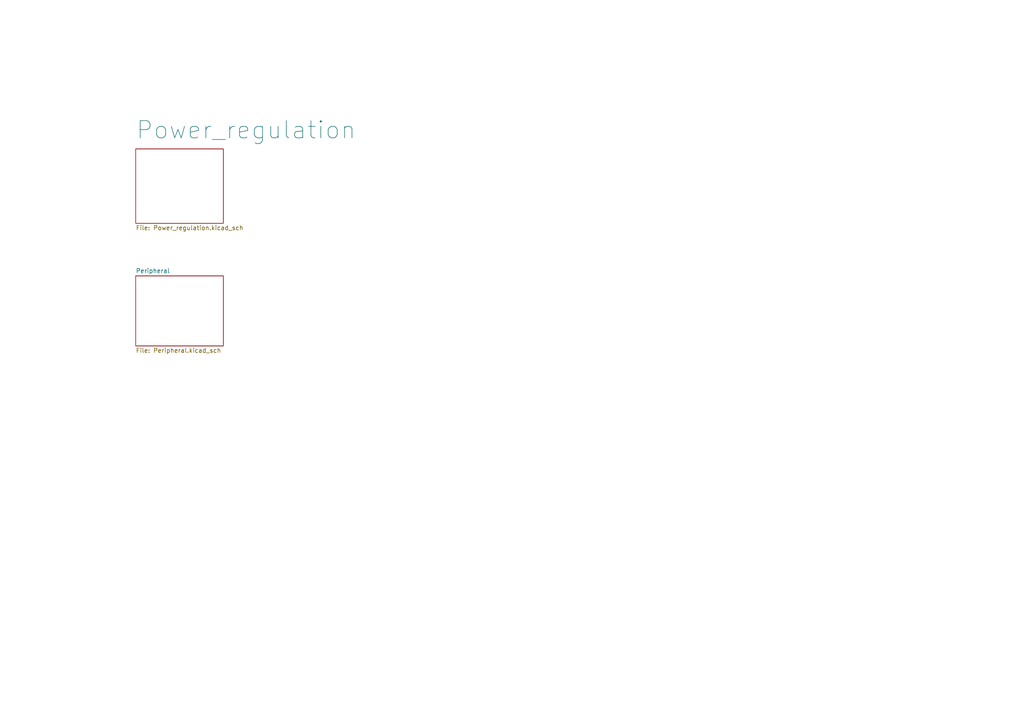
<source format=kicad_sch>
(kicad_sch (version 20211123) (generator eeschema)
  (paper "A4")
  (lib_symbols)
  (sheet (at 39.37 80.01) (size 25.4 20.32) (stroke (width 0.1524))
    (property "Sheet name" "Peripheral" (at 39.37 79.2984 0) (effects (justify left bottom)))
    (property "Sheet file" "Peripheral.kicad_sch" (at 39.37 100.9146 0) (effects (justify left top)))
  )
  (sheet (at 39.37 43.18) (size 25.4 21.59) (stroke (width 0.1524))
    (property "Sheet name" "Power_regulation" (at 39.37 40.6034 0) (effects (font (size 5 5)) (justify left bottom)))
    (property "Sheet file" "Power_regulation.kicad_sch" (at 39.37 65.3546 0) (effects (justify left top)))
  )
)
</source>
